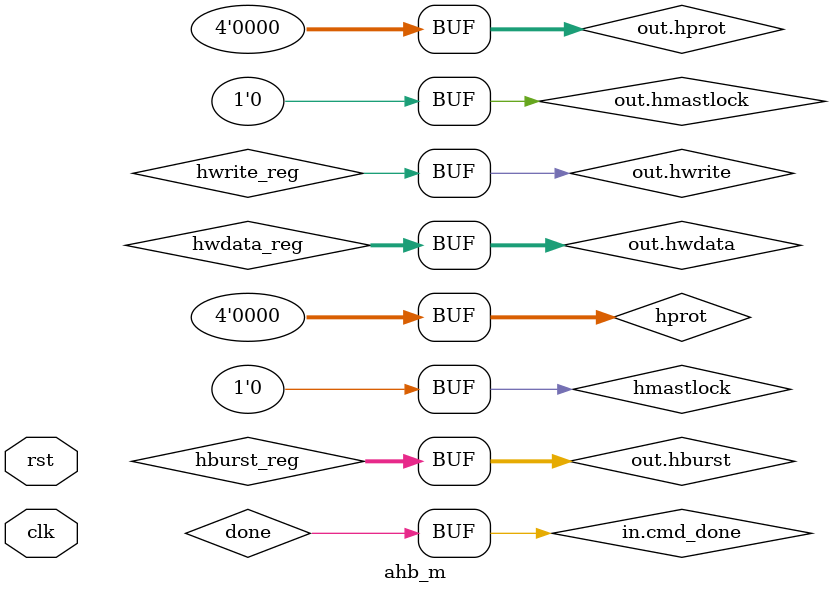
<source format=sv>
`timescale 1ns/1ps

interface cmd_if #(parameter ADDRW = 32, parameter BYTE_CNTw = 16, parameter DATAW = 256);
  
  logic req,wr;
  logic [BYTE_CNTw-1:0] byte_cnt;
  logic [ADDRW-1:0] start_addr;
  logic [DATAW-1:0] wdata;
  logic cmd_done,wr_done,req_ack;
  
  modport master (input cmd_done,wr_done,req_ack, output req,byte_cnt,start_addr,wr,wdata);
  modport slave (input req,byte_cnt,start_addr,wr,wdata, output cmd_done,req_ack,wr_done);
  
endinterface

interface ahb_if #(parameter ADDRW = 32, parameter DATAW = 256);
  
  logic hwrite;
  logic [DATAW-1:0] hwdata, hrdata;
  logic [ADDRW-1:0] haddr;
  logic [2:0] hsize, hburst;
  logic [1:0] htrans;
  logic [3:0] hprot;
  logic hmastlock;
  logic hready, hresp;
  logic hresetn, hclk;
  
  modport master (input hresetn, hclk, hready, hresp, hrdata, output hwdata, haddr, hwrite, hsize, hburst, htrans, hprot, hmastlock);
  modport slave (input hwdata, haddr, hwrite, hsize, hburst, htrans, hprot, hmastlock, output hresetn, hclk, hready, hresp, hrdata);
  
endinterface

module ahb_m(clk, rst);
  
  parameter ADDRW = 32;
  parameter DATAW = 256;
  parameter BYTE_CNTw = 16;
  parameter DATA_BYTES = DATAW/8;
  
  input logic clk,rst;
  cmd_if in(.*); 
  ahb_if out(.*);
  
  logic hwrite_reg, hwrite_nxt;
  logic [DATAW-1:0] hwdata_reg, hrdata_reg, hwdata_nxt, hrdata_nxt;
  logic [ADDRW-1:0] haddr_reg, haddr_nxt;
  logic [2:0] hsize_reg, hburst_reg, hsize_nxt, hburst_nxt;
  logic [1:0] htrans_reg, htrans_nxt;
  logic [3:0] hprot;
  logic [3:0] seq_cnt, seq_cnt_nxt, total_seq_cnt, total_seq_cnt_nxt;
  logic hmastlock;
  logic hready, hresp;
  logic done,wr_done, req_ack;
  logic [BYTE_CNTw-1:0] byte_cnt, byte_cnt_nxt;
  logic [DATAW-1:0] wdata_reg, wdata_nxt;
  
  //state enum  
  typedef enum logic [1:0] {IDLE, START, FX_INCR, UN_INCR} state;
  state pr_state,nx_state;
  
  
  //Driving master output from flops
  always_comb out.haddr   = haddr_reg;
  always_comb out.hwdata  = hwdata_reg;
  always_comb out.hwrite  = hwrite_reg;
  always_comb out.hsize   = hsize_reg;
  always_comb out.hburst  = hburst_reg;
  always_comb out.htrans  = htrans_reg;
  always_comb out.hmastlock= hmastlock;
  always_comb out.hprot   = hprot;
    
  
  assign in.cmd_done = done;
  assign in.req_ack = req_ack;
  
  assign hmastlock = '0;
  assign hprot = '0;
  assign wdata_nxt = (in.wr && wr_done) ? in.wdata : wdata_reg;

  //penable to be low during setup phase only
  always_ff @(posedge clk or negedge rst) begin
    if (!rst) begin
      wdata_reg<= '0;
    end
    else begin 
      wdata_reg<= wdata_nxt;
    end
  end
  
  always_ff @(posedge clk or negedge rst) begin
    if (!rst) begin
      haddr_reg   <= '0;
      hwdata_reg  <= '0;
      hwrite_reg  <= '0;
      hsize_reg   <= '0;
      hburst_reg  <= '0;
      htrans_reg  <= '0;
      seq_cnt     <= '0;
      byte_cnt    <= '0;
      total_seq_cnt<= '0;
      pr_state    <= IDLE;
    end
    else if (out.hready) begin //hready dependent flops
      pr_state    <= nx_state;
      haddr_reg   <= haddr_nxt;
      hwdata_reg  <= hwdata_nxt;
      hwrite_reg  <= hwrite_nxt;
      hsize_reg   <= hsize_nxt;
      hburst_reg  <= hburst_nxt;
      htrans_reg  <= htrans_nxt;
      seq_cnt     <= seq_cnt_nxt;
      byte_cnt    <= byte_cnt_nxt;
      total_seq_cnt<= total_seq_cnt_nxt;
    end
  end
  
  always_comb begin
      nx_state    = pr_state; //default case values
      haddr_nxt   = haddr_reg;
      hwdata_nxt  = hwdata_reg;
      hwrite_nxt  = hwrite_reg;
      hsize_nxt   = hsize_reg;
      hburst_nxt  = hburst_reg;
      htrans_nxt  = htrans_reg;
      byte_cnt_nxt= byte_cnt;
      seq_cnt_nxt = seq_cnt;
      total_seq_cnt_nxt = total_seq_cnt;
      done        = '0;
      req_ack     = '1; 
          
    case (pr_state) 
      IDLE : begin
              if (in.req) begin
                 nx_state     = START;
                 req_ack     = '0;
               end  
             end
      
      START : begin
                req_ack     = '0;
                haddr_nxt    = in.start_addr;
                hwrite_nxt   = in.wr;
                hwdata_nxt   = in.wdata;
                hsize_nxt    = 3'd2;
                htrans_nxt   = 2'd2;
                seq_cnt_nxt  = '0;
        
                if (in.byte_cnt%DATA_BYTES == '0 && in.byte_cnt!=512 && in.byte_cnt!=256 && in.byte_cnt!=128) begin
                  nx_state     = UN_INCR;
                  hburst_nxt   = 3'd1;
                  byte_cnt_nxt = in.byte_cnt - 16'd32;
                end
                else if  (in.byte_cnt>=512) begin
                  nx_state          = FX_INCR;
                  byte_cnt_nxt      = in.byte_cnt - 16'd512;
                  total_seq_cnt_nxt = 4'd15;
                  hburst_nxt        = 3'd7; 
                end
                else if  (in.byte_cnt>=256) begin
                  nx_state = FX_INCR;
                  byte_cnt_nxt = in.byte_cnt - 16'd256;
                  total_seq_cnt_nxt = 4'd7;
                  hburst_nxt   = 3'd5; 
                end
                else if  (in.byte_cnt>=128) begin
                  nx_state = FX_INCR;
                  byte_cnt_nxt = in.byte_cnt - 16'd128;
                  total_seq_cnt_nxt = 4'd3;
                  hburst_nxt   = 3'd3; 
                end
                else begin
                  nx_state = UN_INCR;
                  hburst_nxt   = 3'd1;
                  byte_cnt_nxt = in.byte_cnt- 16'd32;
                end
              end
      
     FX_INCR : begin
                 if (seq_cnt == total_seq_cnt) begin
                   if (byte_cnt != '0) begin
                     hsize_nxt    = 3'd2;
                     htrans_nxt   = 2'd2;
                     seq_cnt_nxt  = '0;
        
                     if  (byte_cnt%DATA_BYTES == '0 && byte_cnt!=512 && byte_cnt!=256 && byte_cnt!=128) begin
                       nx_state = UN_INCR;
                       hburst_nxt   = 3'd1;
                       byte_cnt_nxt = byte_cnt - 16'd32;
                     end
                     else if  (byte_cnt>=512) begin
                       nx_state     = FX_INCR;
                       byte_cnt_nxt = byte_cnt - 16'd512;
                       total_seq_cnt_nxt = 4'd15;
                       hburst_nxt   = 3'd7; 
                     end
                     else if  (byte_cnt>=256) begin
                       nx_state = FX_INCR;
                       byte_cnt_nxt = byte_cnt - 16'd256;
                       total_seq_cnt_nxt = 4'd7;
                       hburst_nxt   = 3'd5; 
                     end
                     else if  (byte_cnt>=128) begin
                       nx_state = FX_INCR;
                       byte_cnt_nxt = byte_cnt - 16'd128;
                       total_seq_cnt_nxt = 4'd3;
                       hburst_nxt   = 3'd3; 
                     end
                     else begin
                       nx_state = UN_INCR;
                       hburst_nxt   = 3'd1; 
                       byte_cnt_nxt = byte_cnt - 16'd32;
                     end
                   end
                   
                   else if (in.req) begin
                     done         = '1;
                     req_ack      = '0;
                     haddr_nxt    = in.start_addr;
                     hwrite_nxt   = in.wr;
                     hwdata_nxt   = in.wdata;
                     hsize_nxt    = 3'd2;
                     htrans_nxt   = 2'd2;
                     seq_cnt_nxt  = '0;
        
                     if  (in.byte_cnt%DATA_BYTES == '0 && in.byte_cnt!=512 && in.byte_cnt!=256 && in.byte_cnt!=128) begin
                       nx_state = UN_INCR;
                       hburst_nxt   = 3'd1;
                       byte_cnt_nxt = in.byte_cnt - 16'd32;
                     end
                     else if  (in.byte_cnt>=512) begin
                       nx_state     = FX_INCR;
                       byte_cnt_nxt = in.byte_cnt - 16'd512;
                       total_seq_cnt_nxt = 4'd15;
                       hburst_nxt   = 3'd7; 
                     end
                     else if  (in.byte_cnt>=256) begin
                       nx_state = FX_INCR;
                       byte_cnt_nxt = in.byte_cnt - 16'd256;
                       total_seq_cnt_nxt = 4'd7;
                       hburst_nxt   = 3'd5; 
                     end
                     else if  (in.byte_cnt>=128) begin
                       nx_state = FX_INCR;
                       byte_cnt_nxt = in.byte_cnt - 16'd128;
                       total_seq_cnt_nxt = 4'd3;
                       hburst_nxt   = 3'd3; 
                     end
                     else begin
                       nx_state = UN_INCR;
                       hburst_nxt   = 3'd1;
                       byte_cnt_nxt = in.byte_cnt - 16'd32;
                     end  
                   end
                   else begin 
                     done = '1;
                     nx_state = IDLE;
                     htrans_nxt = '0;
                     seq_cnt_nxt = '0;
                   end
                 end
        
                 else begin
                   htrans_nxt   = 2'd3;
                   seq_cnt_nxt  = seq_cnt + 4'd1;
                   haddr_nxt    = haddr_reg + 32'd32; // consider byte addresible slave
                   req_ack      = (seq_cnt==total_seq_cnt - 4'd1) ? '1 : '0;
                 end   
               end
      
       UN_INCR : begin
                   if (byte_cnt == '0) begin
                     if (in.req) begin
                       done         = '1;
                       req_ack      = '0;
                       haddr_nxt    = in.start_addr;
                       hwrite_nxt   = in.wr;
                       hwdata_nxt   = in.wdata;
                       hsize_nxt    = 3'd2;
                       htrans_nxt   = 2'd2;
                       seq_cnt_nxt  = '0;
        
                       if  (in.byte_cnt%DATA_BYTES == '0 && in.byte_cnt!=512 && in.byte_cnt!=256 && in.byte_cnt!=128) begin
                         nx_state = UN_INCR;
                         hburst_nxt   = 3'd1;
                         byte_cnt_nxt = in.byte_cnt - 16'd32;
                       end
                       else if  (in.byte_cnt>=512) begin
                         nx_state     = FX_INCR;
                         byte_cnt_nxt = in.byte_cnt - 16'd512;
                         total_seq_cnt_nxt = 4'd15;
                         hburst_nxt   = 3'd7; 
                       end
                       else if  (in.byte_cnt>=256) begin
                         nx_state = FX_INCR;
                         byte_cnt_nxt = in.byte_cnt - 16'd256;
                         total_seq_cnt_nxt = 4'd7;
                         hburst_nxt   = 3'd5; 
                       end
                       else if  (in.byte_cnt>=128) begin
                         nx_state = FX_INCR;
                         byte_cnt_nxt = in.byte_cnt - 16'd128;
                         total_seq_cnt_nxt = 4'd3;
                         hburst_nxt   = 3'd3; 
                       end
                       else begin
                         nx_state = UN_INCR;
                         hburst_nxt   = 3'd1;
                         byte_cnt_nxt = in.byte_cnt - 16'd32;
                       end  
                     end
                     else begin 
                       done = '1;
                       nx_state = IDLE;
                       htrans_nxt = '0;
                       seq_cnt_nxt = '0;
                     end
                 end                   
                  
                 else begin
                     htrans_nxt    = 2'd3;
                     byte_cnt_nxt  = byte_cnt - 16'd32;
                     haddr_nxt     = haddr_reg + 32'd32;
                     req_ack       = (byte_cnt==DATA_BYTES) ? '1 : '0;
                 end
                   
               end
               
        endcase
      end

endmodule

</source>
